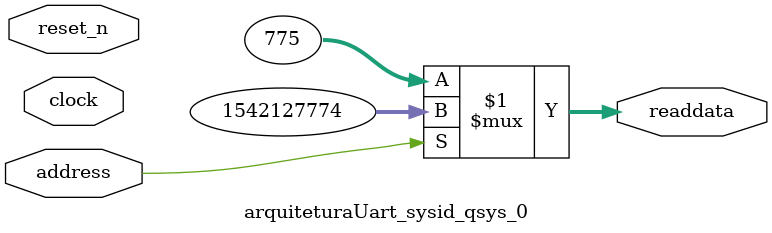
<source format=v>



// synthesis translate_off
`timescale 1ns / 1ps
// synthesis translate_on

// turn off superfluous verilog processor warnings 
// altera message_level Level1 
// altera message_off 10034 10035 10036 10037 10230 10240 10030 

module arquiteturaUart_sysid_qsys_0 (
               // inputs:
                address,
                clock,
                reset_n,

               // outputs:
                readdata
             )
;

  output  [ 31: 0] readdata;
  input            address;
  input            clock;
  input            reset_n;

  wire    [ 31: 0] readdata;
  //control_slave, which is an e_avalon_slave
  assign readdata = address ? 1542127774 : 775;

endmodule



</source>
